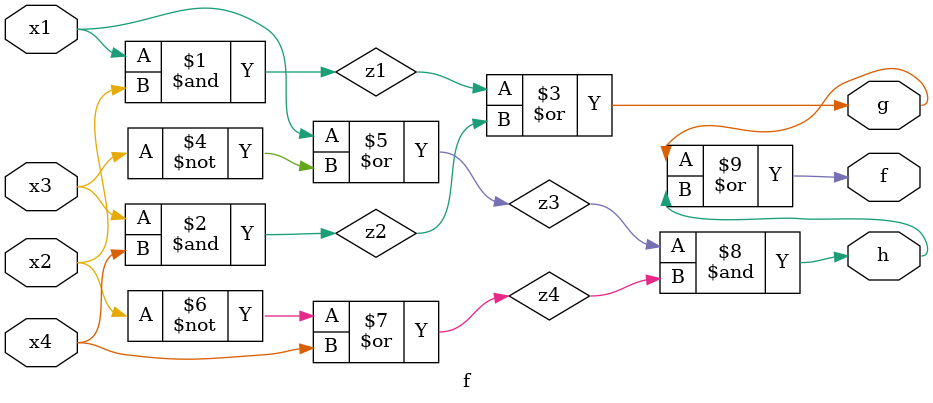
<source format=v>
module f (
    x1,
    x2,
    x3,
    x4,
    f,
    g,
    h
);

    input x1, x2, x3, x4;
    output f, g, h;

    and(z1, x1, x2);
    and(z2, x3, x4);

    or(g, z1, z2);
    or(z3,x1,~x3);
    or(z4,~x2,x4);

    and(h, z3, z4);
    or(f, g, h);

endmodule
</source>
